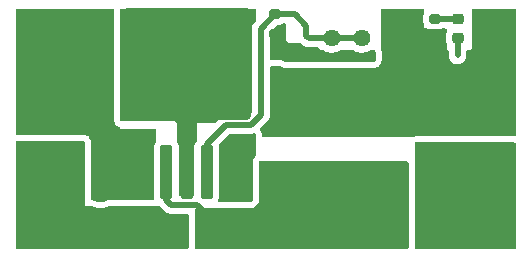
<source format=gbr>
G04 #@! TF.GenerationSoftware,KiCad,Pcbnew,9.0.6*
G04 #@! TF.CreationDate,2025-12-27T09:51:03+05:30*
G04 #@! TF.ProjectId,BC- LM2596 -ADJ,42432d20-4c4d-4323-9539-36202d41444a,rev?*
G04 #@! TF.SameCoordinates,Original*
G04 #@! TF.FileFunction,Copper,L1,Top*
G04 #@! TF.FilePolarity,Positive*
%FSLAX46Y46*%
G04 Gerber Fmt 4.6, Leading zero omitted, Abs format (unit mm)*
G04 Created by KiCad (PCBNEW 9.0.6) date 2025-12-27 09:51:03*
%MOMM*%
%LPD*%
G01*
G04 APERTURE LIST*
G04 Aperture macros list*
%AMRoundRect*
0 Rectangle with rounded corners*
0 $1 Rounding radius*
0 $2 $3 $4 $5 $6 $7 $8 $9 X,Y pos of 4 corners*
0 Add a 4 corners polygon primitive as box body*
4,1,4,$2,$3,$4,$5,$6,$7,$8,$9,$2,$3,0*
0 Add four circle primitives for the rounded corners*
1,1,$1+$1,$2,$3*
1,1,$1+$1,$4,$5*
1,1,$1+$1,$6,$7*
1,1,$1+$1,$8,$9*
0 Add four rect primitives between the rounded corners*
20,1,$1+$1,$2,$3,$4,$5,0*
20,1,$1+$1,$4,$5,$6,$7,0*
20,1,$1+$1,$6,$7,$8,$9,0*
20,1,$1+$1,$8,$9,$2,$3,0*%
G04 Aperture macros list end*
G04 #@! TA.AperFunction,SMDPad,CuDef*
%ADD10RoundRect,0.200000X-0.275000X0.200000X-0.275000X-0.200000X0.275000X-0.200000X0.275000X0.200000X0*%
G04 #@! TD*
G04 #@! TA.AperFunction,SMDPad,CuDef*
%ADD11R,7.000000X4.000000*%
G04 #@! TD*
G04 #@! TA.AperFunction,SMDPad,CuDef*
%ADD12RoundRect,0.250000X-1.000000X1.500000X-1.000000X-1.500000X1.000000X-1.500000X1.000000X1.500000X0*%
G04 #@! TD*
G04 #@! TA.AperFunction,ComponentPad*
%ADD13R,1.700000X1.700000*%
G04 #@! TD*
G04 #@! TA.AperFunction,SMDPad,CuDef*
%ADD14RoundRect,0.225000X0.250000X-0.225000X0.250000X0.225000X-0.250000X0.225000X-0.250000X-0.225000X0*%
G04 #@! TD*
G04 #@! TA.AperFunction,SMDPad,CuDef*
%ADD15RoundRect,0.225000X-0.250000X0.225000X-0.250000X-0.225000X0.250000X-0.225000X0.250000X0.225000X0*%
G04 #@! TD*
G04 #@! TA.AperFunction,SMDPad,CuDef*
%ADD16RoundRect,0.218750X0.256250X-0.218750X0.256250X0.218750X-0.256250X0.218750X-0.256250X-0.218750X0*%
G04 #@! TD*
G04 #@! TA.AperFunction,SMDPad,CuDef*
%ADD17RoundRect,0.250000X0.300000X-2.050000X0.300000X2.050000X-0.300000X2.050000X-0.300000X-2.050000X0*%
G04 #@! TD*
G04 #@! TA.AperFunction,SMDPad,CuDef*
%ADD18RoundRect,0.250002X5.149998X-4.449998X5.149998X4.449998X-5.149998X4.449998X-5.149998X-4.449998X0*%
G04 #@! TD*
G04 #@! TA.AperFunction,SMDPad,CuDef*
%ADD19RoundRect,0.250000X1.000000X0.650000X-1.000000X0.650000X-1.000000X-0.650000X1.000000X-0.650000X0*%
G04 #@! TD*
G04 #@! TA.AperFunction,ComponentPad*
%ADD20C,1.440000*%
G04 #@! TD*
G04 #@! TA.AperFunction,SMDPad,CuDef*
%ADD21RoundRect,0.200000X0.275000X-0.200000X0.275000X0.200000X-0.275000X0.200000X-0.275000X-0.200000X0*%
G04 #@! TD*
G04 #@! TA.AperFunction,ViaPad*
%ADD22C,0.450000*%
G04 #@! TD*
G04 #@! TA.AperFunction,ViaPad*
%ADD23C,0.600000*%
G04 #@! TD*
G04 #@! TA.AperFunction,Conductor*
%ADD24C,0.500000*%
G04 #@! TD*
G04 APERTURE END LIST*
D10*
X147325000Y-100800000D03*
X147325000Y-102450000D03*
D11*
X152300000Y-118600000D03*
X152300000Y-108600000D03*
D12*
X163450000Y-108025000D03*
X163450000Y-114525000D03*
D13*
X127000000Y-102000000D03*
X127100000Y-118975000D03*
D14*
X147400000Y-105625000D03*
X147400000Y-104075000D03*
D15*
X132500000Y-116225000D03*
X132500000Y-117775000D03*
D16*
X162750000Y-102812500D03*
X162750000Y-101237500D03*
D17*
X136400000Y-114175000D03*
X138100000Y-114175000D03*
X139800000Y-114175000D03*
D18*
X139800000Y-105025000D03*
D17*
X141500000Y-114175000D03*
X143200000Y-114175000D03*
D19*
X142250000Y-119050000D03*
X138250000Y-119050000D03*
D20*
X157180000Y-102850000D03*
X154640000Y-102850000D03*
X152100000Y-102850000D03*
D13*
X165925000Y-118900000D03*
X166000000Y-101950000D03*
D21*
X160825000Y-102825000D03*
X160825000Y-101175000D03*
D12*
X129550000Y-107175000D03*
X129550000Y-113675000D03*
D22*
X144750000Y-112300000D03*
X139850000Y-110900000D03*
X144800000Y-114200000D03*
X144800000Y-113250000D03*
X144900000Y-115250000D03*
D23*
X148850000Y-103600000D03*
D22*
X162750000Y-104300000D03*
X144950000Y-116300000D03*
D24*
X162750000Y-104300000D02*
X162750000Y-102812500D01*
X138100000Y-114175000D02*
X138100000Y-116550000D01*
X140650000Y-116950000D02*
X142250000Y-118550000D01*
X151925000Y-118975000D02*
X152300000Y-118600000D01*
X142250000Y-118975000D02*
X141175000Y-118975000D01*
X138100000Y-116550000D02*
X138500000Y-116950000D01*
X142250000Y-118550000D02*
X142250000Y-118975000D01*
X138500000Y-116950000D02*
X140650000Y-116950000D01*
X162687500Y-101175000D02*
X162750000Y-101237500D01*
X160825000Y-101175000D02*
X162687500Y-101175000D01*
X145247292Y-110176000D02*
X146100000Y-109323292D01*
X141500000Y-114175000D02*
X141500000Y-111776000D01*
X148950000Y-100800000D02*
X149950000Y-101800000D01*
X152100000Y-102850000D02*
X154640000Y-102850000D01*
X147325000Y-100800000D02*
X148950000Y-100800000D01*
X149950000Y-101800000D02*
X149950000Y-102650000D01*
X141500000Y-111776000D02*
X143100000Y-110176000D01*
X150150000Y-102850000D02*
X152100000Y-102850000D01*
X146100000Y-102025000D02*
X147325000Y-100800000D01*
X143100000Y-110176000D02*
X145247292Y-110176000D01*
X149950000Y-102650000D02*
X150150000Y-102850000D01*
X146100000Y-109323292D02*
X146100000Y-102025000D01*
G04 #@! TA.AperFunction,Conductor*
G36*
X167617539Y-111669685D02*
G01*
X167663294Y-111722489D01*
X167674500Y-111774000D01*
X167674500Y-120550500D01*
X167654815Y-120617539D01*
X167602011Y-120663294D01*
X167550500Y-120674500D01*
X159224000Y-120674500D01*
X159156961Y-120654815D01*
X159111206Y-120602011D01*
X159100000Y-120550500D01*
X159100000Y-111774000D01*
X159119685Y-111706961D01*
X159172489Y-111661206D01*
X159224000Y-111650000D01*
X167550500Y-111650000D01*
X167617539Y-111669685D01*
G37*
G04 #@! TD.AperFunction*
G04 #@! TA.AperFunction,Conductor*
G36*
X145618039Y-110894685D02*
G01*
X145663794Y-110947489D01*
X145675000Y-110999000D01*
X145675000Y-112743480D01*
X145655315Y-112810519D01*
X145632203Y-112837192D01*
X145588659Y-112874922D01*
X145494433Y-112983664D01*
X145494430Y-112983668D01*
X145434664Y-113114534D01*
X145414976Y-113181582D01*
X145394500Y-113324001D01*
X145394500Y-116539254D01*
X145385855Y-116568694D01*
X145379332Y-116598681D01*
X145375577Y-116603696D01*
X145374815Y-116606293D01*
X145358181Y-116626935D01*
X145276935Y-116708181D01*
X145215612Y-116741666D01*
X145189254Y-116744500D01*
X142583525Y-116744500D01*
X142516486Y-116724815D01*
X142470731Y-116672011D01*
X142460787Y-116602853D01*
X142477987Y-116555403D01*
X142484809Y-116544342D01*
X142484808Y-116544342D01*
X142484814Y-116544334D01*
X142539999Y-116377797D01*
X142550500Y-116275009D01*
X142550499Y-112074992D01*
X142539999Y-111972203D01*
X142520542Y-111913485D01*
X142518140Y-111843657D01*
X142550567Y-111786800D01*
X143374549Y-110962819D01*
X143435872Y-110929334D01*
X143462230Y-110926500D01*
X145321212Y-110926500D01*
X145418754Y-110907096D01*
X145466205Y-110897658D01*
X145498119Y-110884438D01*
X145506295Y-110882812D01*
X145510636Y-110880023D01*
X145545571Y-110875000D01*
X145551000Y-110875000D01*
X145618039Y-110894685D01*
G37*
G04 #@! TD.AperFunction*
G04 #@! TA.AperFunction,Conductor*
G36*
X145618039Y-100345185D02*
G01*
X145663794Y-100397989D01*
X145675000Y-100449500D01*
X145675000Y-101337269D01*
X145655315Y-101404308D01*
X145638681Y-101424950D01*
X145517050Y-101546580D01*
X145517044Y-101546588D01*
X145467812Y-101620268D01*
X145467813Y-101620269D01*
X145434921Y-101669496D01*
X145434914Y-101669508D01*
X145378342Y-101806086D01*
X145378340Y-101806092D01*
X145349500Y-101951079D01*
X145349500Y-108961062D01*
X145329815Y-109028101D01*
X145313181Y-109048743D01*
X144972743Y-109389181D01*
X144911420Y-109422666D01*
X144885062Y-109425500D01*
X143026076Y-109425500D01*
X142997242Y-109431234D01*
X142997243Y-109431235D01*
X142881093Y-109454339D01*
X142881083Y-109454342D01*
X142801081Y-109487479D01*
X142801082Y-109487480D01*
X142744505Y-109510915D01*
X142697678Y-109542205D01*
X142697676Y-109542206D01*
X142621589Y-109593043D01*
X142621584Y-109593047D01*
X142200951Y-110013681D01*
X142139628Y-110047166D01*
X142113270Y-110050000D01*
X140776362Y-110050000D01*
X140709323Y-110030315D01*
X140688685Y-110013685D01*
X140675000Y-110000000D01*
X140675000Y-110000001D01*
X140675000Y-111537270D01*
X140655315Y-111604309D01*
X140638681Y-111624951D01*
X140607289Y-111656342D01*
X140515187Y-111805663D01*
X140515186Y-111805666D01*
X140460001Y-111972203D01*
X140460001Y-111972204D01*
X140460000Y-111972204D01*
X140449500Y-112074983D01*
X140449500Y-112074996D01*
X140449501Y-116075500D01*
X140429816Y-116142539D01*
X140377012Y-116188294D01*
X140325501Y-116199500D01*
X139274500Y-116199500D01*
X139207461Y-116179815D01*
X139161706Y-116127011D01*
X139150500Y-116075500D01*
X139150499Y-112074998D01*
X139150498Y-112074981D01*
X139139999Y-111972203D01*
X139139998Y-111972200D01*
X139120542Y-111913485D01*
X139084814Y-111805666D01*
X139073177Y-111786800D01*
X138993461Y-111657558D01*
X138975000Y-111592462D01*
X138975000Y-110000000D01*
X138825000Y-109850000D01*
X134274000Y-109850000D01*
X134206961Y-109830315D01*
X134161206Y-109777511D01*
X134150000Y-109726000D01*
X134150000Y-100449500D01*
X134169685Y-100382461D01*
X134222489Y-100336706D01*
X134274000Y-100325500D01*
X145551000Y-100325500D01*
X145618039Y-100345185D01*
G37*
G04 #@! TD.AperFunction*
G04 #@! TA.AperFunction,Conductor*
G36*
X148145878Y-101573259D02*
G01*
X148190166Y-101627300D01*
X148200000Y-101675695D01*
X148200000Y-103000000D01*
X148450000Y-103250000D01*
X149437270Y-103250000D01*
X149504309Y-103269685D01*
X149524951Y-103286319D01*
X149671586Y-103432954D01*
X149694422Y-103448211D01*
X149745270Y-103482186D01*
X149794505Y-103515084D01*
X149851080Y-103538518D01*
X149931088Y-103571659D01*
X150047241Y-103594763D01*
X150066468Y-103598587D01*
X150076081Y-103600500D01*
X150076082Y-103600500D01*
X150076083Y-103600500D01*
X150223918Y-103600500D01*
X150899138Y-103600500D01*
X150966177Y-103620185D01*
X150986819Y-103636819D01*
X151200000Y-103850000D01*
X151359654Y-103850000D01*
X151426693Y-103869685D01*
X151432531Y-103873676D01*
X151460319Y-103893865D01*
X151617592Y-103974000D01*
X151631493Y-103981083D01*
X151722845Y-104010764D01*
X151814199Y-104040447D01*
X152003945Y-104070500D01*
X152003946Y-104070500D01*
X152196054Y-104070500D01*
X152196055Y-104070500D01*
X152385801Y-104040447D01*
X152568509Y-103981082D01*
X152739681Y-103893865D01*
X152767460Y-103873681D01*
X152833266Y-103850202D01*
X152840346Y-103850000D01*
X153899654Y-103850000D01*
X153966693Y-103869685D01*
X153972531Y-103873676D01*
X154000319Y-103893865D01*
X154157592Y-103974000D01*
X154171493Y-103981083D01*
X154262845Y-104010764D01*
X154354199Y-104040447D01*
X154543945Y-104070500D01*
X154543946Y-104070500D01*
X154736054Y-104070500D01*
X154736055Y-104070500D01*
X154925801Y-104040447D01*
X155108509Y-103981082D01*
X155279681Y-103893865D01*
X155307460Y-103873681D01*
X155373266Y-103850202D01*
X155380346Y-103850000D01*
X155676000Y-103850000D01*
X155743039Y-103869685D01*
X155788794Y-103922489D01*
X155800000Y-103974000D01*
X155800000Y-104698638D01*
X155791355Y-104728078D01*
X155784832Y-104758065D01*
X155781077Y-104763080D01*
X155780315Y-104765677D01*
X155763681Y-104786319D01*
X155736319Y-104813681D01*
X155674996Y-104847166D01*
X155648638Y-104850000D01*
X148175192Y-104850000D01*
X148109297Y-104830650D01*
X148109191Y-104830823D01*
X148108562Y-104830435D01*
X148108153Y-104830315D01*
X148106793Y-104829344D01*
X147958705Y-104738001D01*
X147958699Y-104737998D01*
X147958697Y-104737997D01*
X147928763Y-104728078D01*
X147797709Y-104684651D01*
X147698346Y-104674500D01*
X147101662Y-104674500D01*
X147101644Y-104674501D01*
X147002281Y-104684652D01*
X147000440Y-104685046D01*
X146999278Y-104684958D01*
X146995557Y-104685339D01*
X146995489Y-104684674D01*
X146930766Y-104679822D01*
X146874977Y-104637758D01*
X146850786Y-104572210D01*
X146850500Y-104563790D01*
X146850500Y-102387229D01*
X146870185Y-102320190D01*
X146886819Y-102299548D01*
X147449548Y-101736819D01*
X147510871Y-101703334D01*
X147537229Y-101700500D01*
X147656613Y-101700500D01*
X147656616Y-101700500D01*
X147727196Y-101694086D01*
X147889606Y-101643478D01*
X148011851Y-101569577D01*
X148079404Y-101551742D01*
X148145878Y-101573259D01*
G37*
G04 #@! TD.AperFunction*
G04 #@! TA.AperFunction,Conductor*
G36*
X131090677Y-111519685D02*
G01*
X131111319Y-111536319D01*
X131163681Y-111588681D01*
X131197166Y-111650004D01*
X131200000Y-111676362D01*
X131200000Y-117075000D01*
X131846146Y-117075000D01*
X131911243Y-117093462D01*
X131941294Y-117111998D01*
X131941297Y-117111999D01*
X131941303Y-117112003D01*
X132102292Y-117165349D01*
X132201655Y-117175500D01*
X132798344Y-117175499D01*
X132798352Y-117175498D01*
X132798355Y-117175498D01*
X132852760Y-117169940D01*
X132897708Y-117165349D01*
X133058697Y-117112003D01*
X133086774Y-117094685D01*
X133088757Y-117093462D01*
X133153854Y-117075000D01*
X137512270Y-117075000D01*
X137579309Y-117094685D01*
X137599952Y-117111319D01*
X137917048Y-117428415D01*
X137917049Y-117428416D01*
X138021584Y-117532951D01*
X138021585Y-117532952D01*
X138144498Y-117615080D01*
X138144511Y-117615087D01*
X138281082Y-117671656D01*
X138281087Y-117671658D01*
X138281091Y-117671658D01*
X138281092Y-117671659D01*
X138426079Y-117700500D01*
X138426082Y-117700500D01*
X139851000Y-117700500D01*
X139918039Y-117720185D01*
X139963794Y-117772989D01*
X139975000Y-117824500D01*
X139975000Y-120550500D01*
X139955315Y-120617539D01*
X139902511Y-120663294D01*
X139851000Y-120674500D01*
X125449500Y-120674500D01*
X125382461Y-120654815D01*
X125336706Y-120602011D01*
X125325500Y-120550500D01*
X125325500Y-111624000D01*
X125345185Y-111556961D01*
X125397989Y-111511206D01*
X125449500Y-111500000D01*
X131023638Y-111500000D01*
X131090677Y-111519685D01*
G37*
G04 #@! TD.AperFunction*
G04 #@! TA.AperFunction,Conductor*
G36*
X158465677Y-113219685D02*
G01*
X158486319Y-113236319D01*
X158563681Y-113313681D01*
X158597166Y-113375004D01*
X158600000Y-113401362D01*
X158600000Y-120550500D01*
X158580315Y-120617539D01*
X158527511Y-120663294D01*
X158476000Y-120674500D01*
X140624000Y-120674500D01*
X140556961Y-120654815D01*
X140511206Y-120602011D01*
X140500000Y-120550500D01*
X140500000Y-117374000D01*
X140519685Y-117306961D01*
X140572489Y-117261206D01*
X140624000Y-117250000D01*
X145450000Y-117250000D01*
X145900000Y-116800000D01*
X145900000Y-113324000D01*
X145919685Y-113256961D01*
X145972489Y-113211206D01*
X146024000Y-113200000D01*
X158398638Y-113200000D01*
X158465677Y-113219685D01*
G37*
G04 #@! TD.AperFunction*
G04 #@! TA.AperFunction,Conductor*
G36*
X159818039Y-100345185D02*
G01*
X159863794Y-100397989D01*
X159875000Y-100449500D01*
X159875000Y-100767680D01*
X159869386Y-100804570D01*
X159855914Y-100847802D01*
X159852707Y-100883094D01*
X159849500Y-100918384D01*
X159849500Y-101431616D01*
X159855914Y-101502196D01*
X159869386Y-101545431D01*
X159875000Y-101582319D01*
X159875000Y-101950000D01*
X159925000Y-102000000D01*
X160195260Y-102000000D01*
X160253215Y-102016155D01*
X160253555Y-102015400D01*
X160258514Y-102017632D01*
X160259405Y-102017880D01*
X160260394Y-102018478D01*
X160422804Y-102069086D01*
X160493384Y-102075500D01*
X160493387Y-102075500D01*
X161156613Y-102075500D01*
X161156616Y-102075500D01*
X161227196Y-102069086D01*
X161389606Y-102018478D01*
X161390594Y-102017880D01*
X161391485Y-102017632D01*
X161396445Y-102015400D01*
X161396784Y-102016155D01*
X161406847Y-102013349D01*
X161419805Y-102005023D01*
X161454740Y-102000000D01*
X161701000Y-102000000D01*
X161768039Y-102019685D01*
X161813794Y-102072489D01*
X161825000Y-102124000D01*
X161825000Y-102305277D01*
X161818706Y-102344280D01*
X161784565Y-102447311D01*
X161784563Y-102447321D01*
X161774500Y-102545818D01*
X161774500Y-103079181D01*
X161784563Y-103177683D01*
X161818706Y-103280717D01*
X161825000Y-103319721D01*
X161825000Y-103748637D01*
X161805315Y-103815676D01*
X161799253Y-103823197D01*
X161800000Y-103825000D01*
X161875500Y-103825000D01*
X161942539Y-103844685D01*
X161988294Y-103897489D01*
X161999500Y-103949000D01*
X161999500Y-104373918D01*
X161999500Y-104373920D01*
X161999499Y-104373920D01*
X162028340Y-104518907D01*
X162028343Y-104518917D01*
X162084912Y-104655488D01*
X162084919Y-104655501D01*
X162167048Y-104778415D01*
X162167051Y-104778419D01*
X162271580Y-104882948D01*
X162271584Y-104882951D01*
X162394498Y-104965080D01*
X162394511Y-104965087D01*
X162479577Y-105000322D01*
X162531087Y-105021658D01*
X162531091Y-105021658D01*
X162531092Y-105021659D01*
X162676079Y-105050500D01*
X162676082Y-105050500D01*
X162823920Y-105050500D01*
X162933808Y-105028641D01*
X162968913Y-105021658D01*
X163105495Y-104965084D01*
X163228416Y-104882951D01*
X163332951Y-104778416D01*
X163415084Y-104655495D01*
X163471658Y-104518913D01*
X163500500Y-104373918D01*
X163500500Y-103949000D01*
X163520185Y-103881961D01*
X163572989Y-103836206D01*
X163624500Y-103825000D01*
X163775000Y-103825000D01*
X163925000Y-103675000D01*
X163925000Y-100449500D01*
X163944685Y-100382461D01*
X163997489Y-100336706D01*
X164049000Y-100325500D01*
X167550500Y-100325500D01*
X167617539Y-100345185D01*
X167663294Y-100397989D01*
X167674500Y-100449500D01*
X167674500Y-111020500D01*
X167654815Y-111087539D01*
X167602011Y-111133294D01*
X167550500Y-111144500D01*
X159224000Y-111144500D01*
X159223991Y-111144500D01*
X159223990Y-111144501D01*
X159116549Y-111156052D01*
X159116537Y-111156054D01*
X159065027Y-111167260D01*
X158962497Y-111201385D01*
X158962496Y-111201385D01*
X158956383Y-111205315D01*
X158889343Y-111225000D01*
X146304500Y-111225000D01*
X146237461Y-111205315D01*
X146191706Y-111152511D01*
X146180500Y-111101000D01*
X146180500Y-110999010D01*
X146180500Y-110999000D01*
X146168947Y-110891544D01*
X146157741Y-110840033D01*
X146157637Y-110839722D01*
X146123616Y-110737502D01*
X146123613Y-110737496D01*
X146045828Y-110616462D01*
X146045825Y-110616457D01*
X146038967Y-110608543D01*
X146009942Y-110544989D01*
X146019885Y-110475830D01*
X146044996Y-110439662D01*
X146682951Y-109801708D01*
X146765084Y-109678787D01*
X146821658Y-109542205D01*
X146850500Y-109397210D01*
X146850500Y-109249375D01*
X146850500Y-105314367D01*
X146870185Y-105247328D01*
X146922989Y-105201573D01*
X146960026Y-105191215D01*
X146991694Y-105187493D01*
X146992695Y-105187663D01*
X147011215Y-105186748D01*
X147013624Y-105186846D01*
X147024468Y-105190516D01*
X147042661Y-105188658D01*
X147042664Y-105188658D01*
X147044159Y-105188505D01*
X147045001Y-105188419D01*
X147045041Y-105188415D01*
X147053655Y-105187534D01*
X147053656Y-105187535D01*
X147121128Y-105180642D01*
X147133730Y-105180000D01*
X147665495Y-105180000D01*
X147704487Y-105186290D01*
X147729861Y-105194698D01*
X147755943Y-105206861D01*
X147834402Y-105255256D01*
X147834948Y-105255626D01*
X147835154Y-105255720D01*
X147841417Y-105259583D01*
X147841417Y-105259582D01*
X147843173Y-105260665D01*
X147843173Y-105260666D01*
X147843802Y-105261054D01*
X147843810Y-105261058D01*
X147864653Y-105273914D01*
X147865954Y-105273983D01*
X147882064Y-105280965D01*
X147909124Y-105295046D01*
X147912582Y-105295981D01*
X147923736Y-105299571D01*
X147965710Y-105315310D01*
X147965839Y-105315369D01*
X147966248Y-105315489D01*
X147966248Y-105315488D01*
X147966871Y-105315670D01*
X147966871Y-105315671D01*
X148032766Y-105335021D01*
X148032776Y-105335024D01*
X148175192Y-105355500D01*
X148175195Y-105355500D01*
X155648640Y-105355500D01*
X155658786Y-105354955D01*
X155702678Y-105352603D01*
X155702686Y-105352602D01*
X155702688Y-105352602D01*
X155702689Y-105352602D01*
X155709682Y-105351849D01*
X155729036Y-105349769D01*
X155729046Y-105349767D01*
X155729049Y-105349767D01*
X155738648Y-105348211D01*
X155782448Y-105341114D01*
X155917257Y-105290832D01*
X155978580Y-105257347D01*
X156093761Y-105171123D01*
X156121123Y-105143761D01*
X156157288Y-105103500D01*
X156167780Y-105090478D01*
X156173908Y-105082876D01*
X156173912Y-105082869D01*
X156173922Y-105082858D01*
X156205622Y-105038888D01*
X156210298Y-105028641D01*
X156228501Y-105000322D01*
X156252071Y-104937124D01*
X156265366Y-104907999D01*
X156266128Y-104905402D01*
X156266127Y-104905401D01*
X156273082Y-104881699D01*
X156273096Y-104881652D01*
X156274339Y-104877420D01*
X156278781Y-104865512D01*
X156281465Y-104853171D01*
X156284408Y-104843149D01*
X156284897Y-104841590D01*
X156285024Y-104841052D01*
X156294029Y-104778419D01*
X156305500Y-104698638D01*
X156305500Y-103974000D01*
X156293947Y-103866544D01*
X156282741Y-103815033D01*
X156256345Y-103735729D01*
X156250000Y-103696570D01*
X156250000Y-100449500D01*
X156269685Y-100382461D01*
X156322489Y-100336706D01*
X156374000Y-100325500D01*
X159751000Y-100325500D01*
X159818039Y-100345185D01*
G37*
G04 #@! TD.AperFunction*
G04 #@! TA.AperFunction,Conductor*
G36*
X133587539Y-100345185D02*
G01*
X133633294Y-100397989D01*
X133644500Y-100449500D01*
X133644500Y-109726000D01*
X133644501Y-109726009D01*
X133656052Y-109833450D01*
X133656054Y-109833462D01*
X133667260Y-109884972D01*
X133701383Y-109987497D01*
X133701386Y-109987503D01*
X133779171Y-110108537D01*
X133779179Y-110108548D01*
X133824923Y-110161340D01*
X133824926Y-110161343D01*
X133824930Y-110161347D01*
X133933664Y-110255567D01*
X133933667Y-110255568D01*
X133933668Y-110255569D01*
X134064542Y-110315339D01*
X134068685Y-110316884D01*
X134067969Y-110318803D01*
X134083159Y-110328562D01*
X134107203Y-110339543D01*
X134112092Y-110347151D01*
X134119702Y-110352040D01*
X134130686Y-110376083D01*
X134144977Y-110398321D01*
X134146874Y-110411520D01*
X134148735Y-110415592D01*
X134150000Y-110433256D01*
X134150000Y-110448637D01*
X134130315Y-110515676D01*
X134113681Y-110536318D01*
X134019999Y-110629999D01*
X134020000Y-110630000D01*
X134050000Y-110630000D01*
X134123681Y-110556319D01*
X134185004Y-110522834D01*
X134211362Y-110520000D01*
X137116000Y-110520000D01*
X137183039Y-110539685D01*
X137228794Y-110592489D01*
X137240000Y-110644000D01*
X137240000Y-111572270D01*
X137220315Y-111639309D01*
X137211390Y-111650384D01*
X137211766Y-111650681D01*
X137207290Y-111656341D01*
X137115187Y-111805663D01*
X137115186Y-111805666D01*
X137060001Y-111972203D01*
X137060001Y-111972204D01*
X137060000Y-111972204D01*
X137049500Y-112074983D01*
X137049500Y-116275001D01*
X137049501Y-116275018D01*
X137060000Y-116377796D01*
X137069511Y-116406495D01*
X137071913Y-116476323D01*
X137036182Y-116536365D01*
X136973662Y-116567559D01*
X136951805Y-116569500D01*
X133153851Y-116569500D01*
X133015932Y-116588679D01*
X132950838Y-116607140D01*
X132950827Y-116607144D01*
X132881892Y-116637476D01*
X132870956Y-116641683D01*
X132804498Y-116663705D01*
X132765494Y-116669999D01*
X132234504Y-116669999D01*
X132195501Y-116663705D01*
X132129041Y-116641683D01*
X132118102Y-116637475D01*
X132049169Y-116607142D01*
X132049159Y-116607139D01*
X131984067Y-116588679D01*
X131846148Y-116569500D01*
X131846146Y-116569500D01*
X131829500Y-116569500D01*
X131762461Y-116549815D01*
X131716706Y-116497011D01*
X131705500Y-116445500D01*
X131705500Y-111676359D01*
X131704107Y-111650384D01*
X131702603Y-111622322D01*
X131699769Y-111595964D01*
X131691114Y-111542552D01*
X131640832Y-111407743D01*
X131607347Y-111346420D01*
X131558814Y-111281588D01*
X131534398Y-111216125D01*
X131549250Y-111147853D01*
X131570395Y-111119604D01*
X131660000Y-111030000D01*
X131659999Y-111030000D01*
X131640001Y-111030000D01*
X131640000Y-111030000D01*
X131575566Y-111094434D01*
X131561530Y-111108470D01*
X131500206Y-111141954D01*
X131430515Y-111136970D01*
X131401322Y-111121365D01*
X131363975Y-111094434D01*
X131363976Y-111094434D01*
X131363974Y-111094433D01*
X131286127Y-111058881D01*
X131233100Y-111034663D01*
X131166055Y-111014976D01*
X131103992Y-111006053D01*
X131023638Y-110994500D01*
X125449500Y-110994500D01*
X125382461Y-110974815D01*
X125336706Y-110922011D01*
X125325500Y-110870500D01*
X125325500Y-100449500D01*
X125345185Y-100382461D01*
X125397989Y-100336706D01*
X125449500Y-100325500D01*
X133520500Y-100325500D01*
X133587539Y-100345185D01*
G37*
G04 #@! TD.AperFunction*
M02*

</source>
